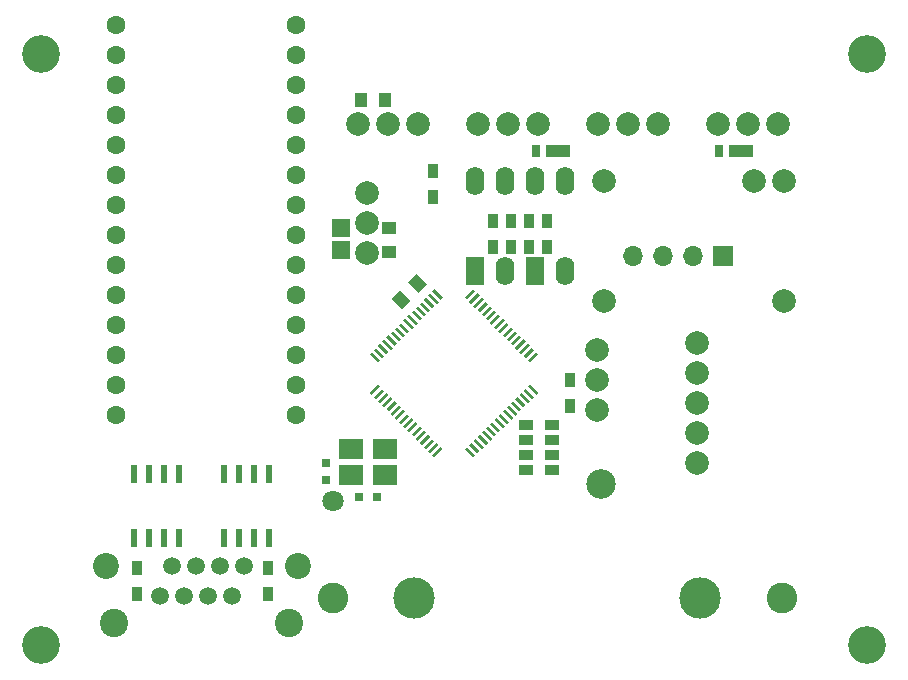
<source format=gbs>
G04 #@! TF.FileFunction,Soldermask,Bot*
%FSLAX46Y46*%
G04 Gerber Fmt 4.6, Leading zero omitted, Abs format (unit mm)*
G04 Created by KiCad (PCBNEW 4.0.6) date 03/12/17 16:17:21*
%MOMM*%
%LPD*%
G01*
G04 APERTURE LIST*
%ADD10C,0.100000*%
%ADD11C,3.200000*%
%ADD12R,0.900000X1.200000*%
%ADD13C,2.600000*%
%ADD14C,3.500000*%
%ADD15C,1.800000*%
%ADD16R,0.750000X0.800000*%
%ADD17R,0.800000X0.750000*%
%ADD18R,0.800000X1.100000*%
%ADD19R,2.000000X1.100000*%
%ADD20C,2.400000*%
%ADD21C,2.200000*%
%ADD22C,1.500000*%
%ADD23R,1.524000X1.524000*%
%ADD24C,2.000000*%
%ADD25R,1.700000X1.700000*%
%ADD26O,1.700000X1.700000*%
%ADD27R,1.200000X0.900000*%
%ADD28C,1.600000*%
%ADD29R,1.600000X2.400000*%
%ADD30O,1.600000X2.400000*%
%ADD31R,0.600000X1.550000*%
%ADD32R,2.100000X1.800000*%
%ADD33C,2.500000*%
%ADD34R,1.250000X1.000000*%
%ADD35R,1.000000X1.250000*%
G04 APERTURE END LIST*
D10*
D11*
X65000000Y-55000000D03*
X65000000Y-105000000D03*
X135000000Y-105000000D03*
D12*
X106350000Y-71293000D03*
X106350000Y-69093000D03*
D13*
X89763000Y-100990500D03*
X127763000Y-100990500D03*
D14*
X96663000Y-100990500D03*
X120863000Y-100990500D03*
D15*
X89763000Y-92790500D03*
D10*
G36*
X95571281Y-76585102D02*
X94687398Y-75701219D01*
X95394505Y-74994112D01*
X96278388Y-75877995D01*
X95571281Y-76585102D01*
X95571281Y-76585102D01*
G37*
G36*
X96985495Y-75170888D02*
X96101612Y-74287005D01*
X96808719Y-73579898D01*
X97692602Y-74463781D01*
X96985495Y-75170888D01*
X96985495Y-75170888D01*
G37*
D16*
X89141500Y-89572500D03*
X89141500Y-91072500D03*
D17*
X93447500Y-92481500D03*
X91947500Y-92481500D03*
D18*
X106924000Y-63208000D03*
D19*
X108824000Y-63208000D03*
D18*
X122418000Y-63208000D03*
D19*
X124318000Y-63208000D03*
D20*
X71262000Y-103163500D03*
X86062000Y-103163500D03*
D21*
X70537000Y-98323500D03*
X86787000Y-98323500D03*
D22*
X76112000Y-98323500D03*
X77132000Y-100863500D03*
X75092000Y-100863500D03*
X78152000Y-98323500D03*
X79172000Y-100863500D03*
X80192000Y-98323500D03*
X81212000Y-100863500D03*
X82232000Y-98323500D03*
D23*
X90475000Y-69685000D03*
X90475000Y-71564600D03*
D24*
X91872000Y-60922000D03*
X94412000Y-60922000D03*
X96952000Y-60922000D03*
X92634000Y-71844000D03*
X92634000Y-69304000D03*
X92634000Y-66764000D03*
X120586500Y-89598500D03*
X120586500Y-87058500D03*
X120586500Y-84518500D03*
X120586500Y-81978500D03*
X120586500Y-79438500D03*
D25*
X122745500Y-72072500D03*
D26*
X120205500Y-72072500D03*
X117665500Y-72072500D03*
X115125500Y-72072500D03*
D24*
X112128500Y-85115500D03*
X112128500Y-82575500D03*
X112128500Y-80035500D03*
X102032000Y-60922000D03*
X104572000Y-60922000D03*
X107112000Y-60922000D03*
X112192000Y-60922000D03*
X114732000Y-60922000D03*
X117272000Y-60922000D03*
X122352000Y-60922000D03*
X124892000Y-60922000D03*
X127432000Y-60922000D03*
D12*
X109855000Y-82572501D03*
X109855000Y-84772501D03*
X98222000Y-67038500D03*
X98222000Y-64838500D03*
D27*
X106126783Y-86412350D03*
X108326783Y-86412350D03*
X106126783Y-87669586D03*
X108326783Y-87669586D03*
X106126783Y-88926822D03*
X108326783Y-88926822D03*
X106126783Y-90184058D03*
X108326783Y-90184058D03*
D12*
X107874000Y-71293000D03*
X107874000Y-69093000D03*
X103302000Y-71293000D03*
X103302000Y-69093000D03*
X104826000Y-71293000D03*
X104826000Y-69093000D03*
X73203000Y-100693500D03*
X73203000Y-98493500D03*
X84252000Y-98493500D03*
X84252000Y-100693500D03*
D10*
G36*
X98355977Y-89128101D02*
X98179200Y-88951324D01*
X98886307Y-88244217D01*
X99063084Y-88420994D01*
X98355977Y-89128101D01*
X98355977Y-89128101D01*
G37*
G36*
X98002423Y-88774548D02*
X97825646Y-88597771D01*
X98532753Y-87890664D01*
X98709530Y-88067441D01*
X98002423Y-88774548D01*
X98002423Y-88774548D01*
G37*
G36*
X97648870Y-88420994D02*
X97472093Y-88244217D01*
X98179200Y-87537110D01*
X98355977Y-87713887D01*
X97648870Y-88420994D01*
X97648870Y-88420994D01*
G37*
G36*
X97295317Y-88067441D02*
X97118540Y-87890664D01*
X97825647Y-87183557D01*
X98002424Y-87360334D01*
X97295317Y-88067441D01*
X97295317Y-88067441D01*
G37*
G36*
X96941763Y-87713888D02*
X96764986Y-87537111D01*
X97472093Y-86830004D01*
X97648870Y-87006781D01*
X96941763Y-87713888D01*
X96941763Y-87713888D01*
G37*
G36*
X96588210Y-87360334D02*
X96411433Y-87183557D01*
X97118540Y-86476450D01*
X97295317Y-86653227D01*
X96588210Y-87360334D01*
X96588210Y-87360334D01*
G37*
G36*
X96234656Y-87006781D02*
X96057879Y-86830004D01*
X96764986Y-86122897D01*
X96941763Y-86299674D01*
X96234656Y-87006781D01*
X96234656Y-87006781D01*
G37*
G36*
X95881103Y-86653227D02*
X95704326Y-86476450D01*
X96411433Y-85769343D01*
X96588210Y-85946120D01*
X95881103Y-86653227D01*
X95881103Y-86653227D01*
G37*
G36*
X95527550Y-86299674D02*
X95350773Y-86122897D01*
X96057880Y-85415790D01*
X96234657Y-85592567D01*
X95527550Y-86299674D01*
X95527550Y-86299674D01*
G37*
G36*
X95173996Y-85946121D02*
X94997219Y-85769344D01*
X95704326Y-85062237D01*
X95881103Y-85239014D01*
X95173996Y-85946121D01*
X95173996Y-85946121D01*
G37*
G36*
X94820443Y-85592567D02*
X94643666Y-85415790D01*
X95350773Y-84708683D01*
X95527550Y-84885460D01*
X94820443Y-85592567D01*
X94820443Y-85592567D01*
G37*
G36*
X94466889Y-85239014D02*
X94290112Y-85062237D01*
X94997219Y-84355130D01*
X95173996Y-84531907D01*
X94466889Y-85239014D01*
X94466889Y-85239014D01*
G37*
G36*
X94113336Y-84885460D02*
X93936559Y-84708683D01*
X94643666Y-84001576D01*
X94820443Y-84178353D01*
X94113336Y-84885460D01*
X94113336Y-84885460D01*
G37*
G36*
X93759783Y-84531907D02*
X93583006Y-84355130D01*
X94290113Y-83648023D01*
X94466890Y-83824800D01*
X93759783Y-84531907D01*
X93759783Y-84531907D01*
G37*
G36*
X93406229Y-84178354D02*
X93229452Y-84001577D01*
X93936559Y-83294470D01*
X94113336Y-83471247D01*
X93406229Y-84178354D01*
X93406229Y-84178354D01*
G37*
G36*
X93052676Y-83824800D02*
X92875899Y-83648023D01*
X93583006Y-82940916D01*
X93759783Y-83117693D01*
X93052676Y-83824800D01*
X93052676Y-83824800D01*
G37*
G36*
X92875899Y-80359977D02*
X93052676Y-80183200D01*
X93759783Y-80890307D01*
X93583006Y-81067084D01*
X92875899Y-80359977D01*
X92875899Y-80359977D01*
G37*
G36*
X93229452Y-80006423D02*
X93406229Y-79829646D01*
X94113336Y-80536753D01*
X93936559Y-80713530D01*
X93229452Y-80006423D01*
X93229452Y-80006423D01*
G37*
G36*
X93583006Y-79652870D02*
X93759783Y-79476093D01*
X94466890Y-80183200D01*
X94290113Y-80359977D01*
X93583006Y-79652870D01*
X93583006Y-79652870D01*
G37*
G36*
X93936559Y-79299317D02*
X94113336Y-79122540D01*
X94820443Y-79829647D01*
X94643666Y-80006424D01*
X93936559Y-79299317D01*
X93936559Y-79299317D01*
G37*
G36*
X94290112Y-78945763D02*
X94466889Y-78768986D01*
X95173996Y-79476093D01*
X94997219Y-79652870D01*
X94290112Y-78945763D01*
X94290112Y-78945763D01*
G37*
G36*
X94643666Y-78592210D02*
X94820443Y-78415433D01*
X95527550Y-79122540D01*
X95350773Y-79299317D01*
X94643666Y-78592210D01*
X94643666Y-78592210D01*
G37*
G36*
X94997219Y-78238656D02*
X95173996Y-78061879D01*
X95881103Y-78768986D01*
X95704326Y-78945763D01*
X94997219Y-78238656D01*
X94997219Y-78238656D01*
G37*
G36*
X95350773Y-77885103D02*
X95527550Y-77708326D01*
X96234657Y-78415433D01*
X96057880Y-78592210D01*
X95350773Y-77885103D01*
X95350773Y-77885103D01*
G37*
G36*
X95704326Y-77531550D02*
X95881103Y-77354773D01*
X96588210Y-78061880D01*
X96411433Y-78238657D01*
X95704326Y-77531550D01*
X95704326Y-77531550D01*
G37*
G36*
X96057879Y-77177996D02*
X96234656Y-77001219D01*
X96941763Y-77708326D01*
X96764986Y-77885103D01*
X96057879Y-77177996D01*
X96057879Y-77177996D01*
G37*
G36*
X96411433Y-76824443D02*
X96588210Y-76647666D01*
X97295317Y-77354773D01*
X97118540Y-77531550D01*
X96411433Y-76824443D01*
X96411433Y-76824443D01*
G37*
G36*
X96764986Y-76470889D02*
X96941763Y-76294112D01*
X97648870Y-77001219D01*
X97472093Y-77177996D01*
X96764986Y-76470889D01*
X96764986Y-76470889D01*
G37*
G36*
X97118540Y-76117336D02*
X97295317Y-75940559D01*
X98002424Y-76647666D01*
X97825647Y-76824443D01*
X97118540Y-76117336D01*
X97118540Y-76117336D01*
G37*
G36*
X97472093Y-75763783D02*
X97648870Y-75587006D01*
X98355977Y-76294113D01*
X98179200Y-76470890D01*
X97472093Y-75763783D01*
X97472093Y-75763783D01*
G37*
G36*
X97825646Y-75410229D02*
X98002423Y-75233452D01*
X98709530Y-75940559D01*
X98532753Y-76117336D01*
X97825646Y-75410229D01*
X97825646Y-75410229D01*
G37*
G36*
X98179200Y-75056676D02*
X98355977Y-74879899D01*
X99063084Y-75587006D01*
X98886307Y-75763783D01*
X98179200Y-75056676D01*
X98179200Y-75056676D01*
G37*
G36*
X101113693Y-75763783D02*
X100936916Y-75587006D01*
X101644023Y-74879899D01*
X101820800Y-75056676D01*
X101113693Y-75763783D01*
X101113693Y-75763783D01*
G37*
G36*
X101467247Y-76117336D02*
X101290470Y-75940559D01*
X101997577Y-75233452D01*
X102174354Y-75410229D01*
X101467247Y-76117336D01*
X101467247Y-76117336D01*
G37*
G36*
X101820800Y-76470890D02*
X101644023Y-76294113D01*
X102351130Y-75587006D01*
X102527907Y-75763783D01*
X101820800Y-76470890D01*
X101820800Y-76470890D01*
G37*
G36*
X102174353Y-76824443D02*
X101997576Y-76647666D01*
X102704683Y-75940559D01*
X102881460Y-76117336D01*
X102174353Y-76824443D01*
X102174353Y-76824443D01*
G37*
G36*
X102527907Y-77177996D02*
X102351130Y-77001219D01*
X103058237Y-76294112D01*
X103235014Y-76470889D01*
X102527907Y-77177996D01*
X102527907Y-77177996D01*
G37*
G36*
X102881460Y-77531550D02*
X102704683Y-77354773D01*
X103411790Y-76647666D01*
X103588567Y-76824443D01*
X102881460Y-77531550D01*
X102881460Y-77531550D01*
G37*
G36*
X103235014Y-77885103D02*
X103058237Y-77708326D01*
X103765344Y-77001219D01*
X103942121Y-77177996D01*
X103235014Y-77885103D01*
X103235014Y-77885103D01*
G37*
G36*
X103588567Y-78238657D02*
X103411790Y-78061880D01*
X104118897Y-77354773D01*
X104295674Y-77531550D01*
X103588567Y-78238657D01*
X103588567Y-78238657D01*
G37*
G36*
X103942120Y-78592210D02*
X103765343Y-78415433D01*
X104472450Y-77708326D01*
X104649227Y-77885103D01*
X103942120Y-78592210D01*
X103942120Y-78592210D01*
G37*
G36*
X104295674Y-78945763D02*
X104118897Y-78768986D01*
X104826004Y-78061879D01*
X105002781Y-78238656D01*
X104295674Y-78945763D01*
X104295674Y-78945763D01*
G37*
G36*
X104649227Y-79299317D02*
X104472450Y-79122540D01*
X105179557Y-78415433D01*
X105356334Y-78592210D01*
X104649227Y-79299317D01*
X104649227Y-79299317D01*
G37*
G36*
X105002781Y-79652870D02*
X104826004Y-79476093D01*
X105533111Y-78768986D01*
X105709888Y-78945763D01*
X105002781Y-79652870D01*
X105002781Y-79652870D01*
G37*
G36*
X105356334Y-80006424D02*
X105179557Y-79829647D01*
X105886664Y-79122540D01*
X106063441Y-79299317D01*
X105356334Y-80006424D01*
X105356334Y-80006424D01*
G37*
G36*
X105709887Y-80359977D02*
X105533110Y-80183200D01*
X106240217Y-79476093D01*
X106416994Y-79652870D01*
X105709887Y-80359977D01*
X105709887Y-80359977D01*
G37*
G36*
X106063441Y-80713530D02*
X105886664Y-80536753D01*
X106593771Y-79829646D01*
X106770548Y-80006423D01*
X106063441Y-80713530D01*
X106063441Y-80713530D01*
G37*
G36*
X106416994Y-81067084D02*
X106240217Y-80890307D01*
X106947324Y-80183200D01*
X107124101Y-80359977D01*
X106416994Y-81067084D01*
X106416994Y-81067084D01*
G37*
G36*
X106240217Y-83117693D02*
X106416994Y-82940916D01*
X107124101Y-83648023D01*
X106947324Y-83824800D01*
X106240217Y-83117693D01*
X106240217Y-83117693D01*
G37*
G36*
X105886664Y-83471247D02*
X106063441Y-83294470D01*
X106770548Y-84001577D01*
X106593771Y-84178354D01*
X105886664Y-83471247D01*
X105886664Y-83471247D01*
G37*
G36*
X105533110Y-83824800D02*
X105709887Y-83648023D01*
X106416994Y-84355130D01*
X106240217Y-84531907D01*
X105533110Y-83824800D01*
X105533110Y-83824800D01*
G37*
G36*
X105179557Y-84178353D02*
X105356334Y-84001576D01*
X106063441Y-84708683D01*
X105886664Y-84885460D01*
X105179557Y-84178353D01*
X105179557Y-84178353D01*
G37*
G36*
X104826004Y-84531907D02*
X105002781Y-84355130D01*
X105709888Y-85062237D01*
X105533111Y-85239014D01*
X104826004Y-84531907D01*
X104826004Y-84531907D01*
G37*
G36*
X104472450Y-84885460D02*
X104649227Y-84708683D01*
X105356334Y-85415790D01*
X105179557Y-85592567D01*
X104472450Y-84885460D01*
X104472450Y-84885460D01*
G37*
G36*
X104118897Y-85239014D02*
X104295674Y-85062237D01*
X105002781Y-85769344D01*
X104826004Y-85946121D01*
X104118897Y-85239014D01*
X104118897Y-85239014D01*
G37*
G36*
X103765343Y-85592567D02*
X103942120Y-85415790D01*
X104649227Y-86122897D01*
X104472450Y-86299674D01*
X103765343Y-85592567D01*
X103765343Y-85592567D01*
G37*
G36*
X103411790Y-85946120D02*
X103588567Y-85769343D01*
X104295674Y-86476450D01*
X104118897Y-86653227D01*
X103411790Y-85946120D01*
X103411790Y-85946120D01*
G37*
G36*
X103058237Y-86299674D02*
X103235014Y-86122897D01*
X103942121Y-86830004D01*
X103765344Y-87006781D01*
X103058237Y-86299674D01*
X103058237Y-86299674D01*
G37*
G36*
X102704683Y-86653227D02*
X102881460Y-86476450D01*
X103588567Y-87183557D01*
X103411790Y-87360334D01*
X102704683Y-86653227D01*
X102704683Y-86653227D01*
G37*
G36*
X102351130Y-87006781D02*
X102527907Y-86830004D01*
X103235014Y-87537111D01*
X103058237Y-87713888D01*
X102351130Y-87006781D01*
X102351130Y-87006781D01*
G37*
G36*
X101997576Y-87360334D02*
X102174353Y-87183557D01*
X102881460Y-87890664D01*
X102704683Y-88067441D01*
X101997576Y-87360334D01*
X101997576Y-87360334D01*
G37*
G36*
X101644023Y-87713887D02*
X101820800Y-87537110D01*
X102527907Y-88244217D01*
X102351130Y-88420994D01*
X101644023Y-87713887D01*
X101644023Y-87713887D01*
G37*
G36*
X101290470Y-88067441D02*
X101467247Y-87890664D01*
X102174354Y-88597771D01*
X101997577Y-88774548D01*
X101290470Y-88067441D01*
X101290470Y-88067441D01*
G37*
G36*
X100936916Y-88420994D02*
X101113693Y-88244217D01*
X101820800Y-88951324D01*
X101644023Y-89128101D01*
X100936916Y-88420994D01*
X100936916Y-88420994D01*
G37*
D28*
X86588800Y-83020000D03*
X86588800Y-80480000D03*
X86588800Y-77940000D03*
X86588800Y-75400000D03*
X86588800Y-72860000D03*
X86588800Y-70320000D03*
X86588800Y-65240000D03*
X86588800Y-67780000D03*
X86588800Y-62700000D03*
X86588800Y-60160000D03*
X86588800Y-57620000D03*
X86588800Y-55080000D03*
X86588800Y-85560000D03*
X86588800Y-52540000D03*
X71348800Y-60160000D03*
X71348800Y-57620000D03*
X71348800Y-55080000D03*
X71348800Y-62700000D03*
X71348800Y-52540000D03*
X71348800Y-65240000D03*
X71348800Y-67780000D03*
X71348800Y-85560000D03*
X71348800Y-80480000D03*
X71348800Y-75400000D03*
X71348800Y-83020000D03*
X71348800Y-70320000D03*
X71348800Y-72860000D03*
X71348800Y-77940000D03*
D29*
X106858000Y-73368000D03*
D30*
X109398000Y-65748000D03*
X109398000Y-73368000D03*
X106858000Y-65748000D03*
D29*
X101778000Y-73368000D03*
D30*
X104318000Y-65748000D03*
X104318000Y-73368000D03*
X101778000Y-65748000D03*
D31*
X72949000Y-90543500D03*
X74219000Y-90543500D03*
X75489000Y-90543500D03*
X76759000Y-90543500D03*
X76759000Y-95943500D03*
X75489000Y-95943500D03*
X74219000Y-95943500D03*
X72949000Y-95943500D03*
D24*
X127940000Y-75908000D03*
X127940000Y-65748000D03*
X125400000Y-65748000D03*
X112700000Y-65748000D03*
X112700000Y-75908000D03*
D31*
X80569000Y-90543500D03*
X81839000Y-90543500D03*
X83109000Y-90543500D03*
X84379000Y-90543500D03*
X84379000Y-95943500D03*
X83109000Y-95943500D03*
X81839000Y-95943500D03*
X80569000Y-95943500D03*
D32*
X91247500Y-88397000D03*
X94147500Y-88397000D03*
X94147500Y-90597000D03*
X91247500Y-90597000D03*
D33*
X112446000Y-91338500D03*
D11*
X135000000Y-55000000D03*
D34*
X94539000Y-71701000D03*
X94539000Y-69701000D03*
D35*
X94142000Y-58890000D03*
X92142000Y-58890000D03*
M02*

</source>
